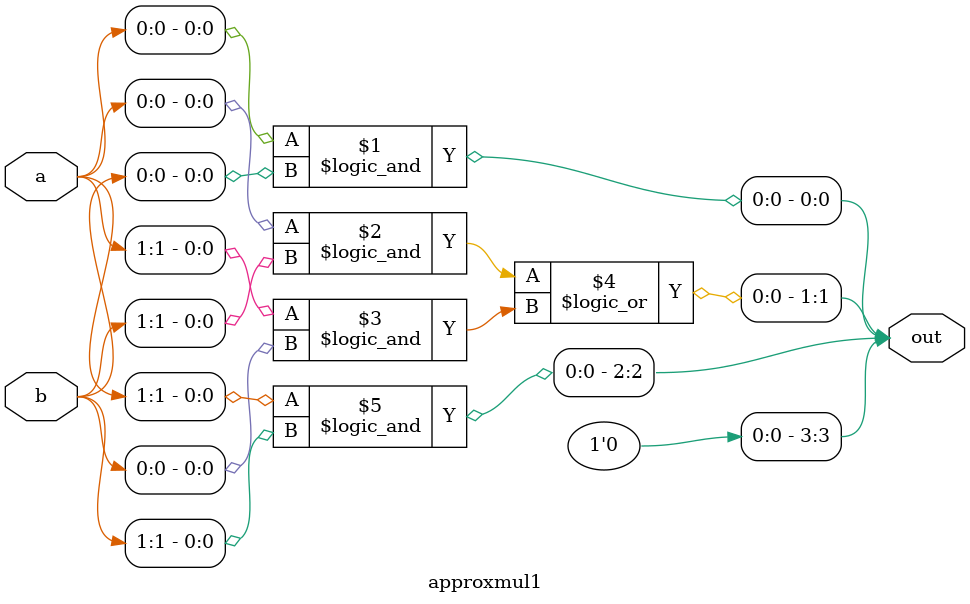
<source format=v>




module approxmul1 (a, b, out);

	input [1:0] a;
	input [1:0] b;
	output wire [3:0] out;
	
	assign out[0] = a[0] && b[0];
	assign out[1] = (a[0] && b[1]) || (a[1] && b[0]); 
	assign out[2] = a[1] && b[1];
	assign out[3] = 0;

endmodule

</source>
